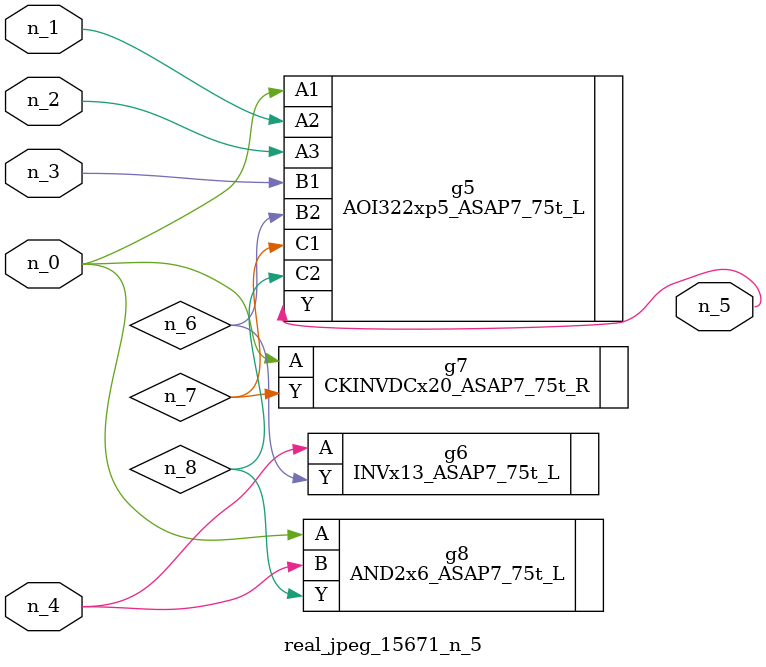
<source format=v>
module real_jpeg_15671_n_5 (n_4, n_0, n_1, n_2, n_3, n_5);

input n_4;
input n_0;
input n_1;
input n_2;
input n_3;

output n_5;

wire n_8;
wire n_6;
wire n_7;

AOI322xp5_ASAP7_75t_L g5 ( 
.A1(n_0),
.A2(n_1),
.A3(n_2),
.B1(n_3),
.B2(n_6),
.C1(n_7),
.C2(n_8),
.Y(n_5)
);

CKINVDCx20_ASAP7_75t_R g7 ( 
.A(n_0),
.Y(n_7)
);

AND2x6_ASAP7_75t_L g8 ( 
.A(n_0),
.B(n_4),
.Y(n_8)
);

INVx13_ASAP7_75t_L g6 ( 
.A(n_4),
.Y(n_6)
);


endmodule
</source>
